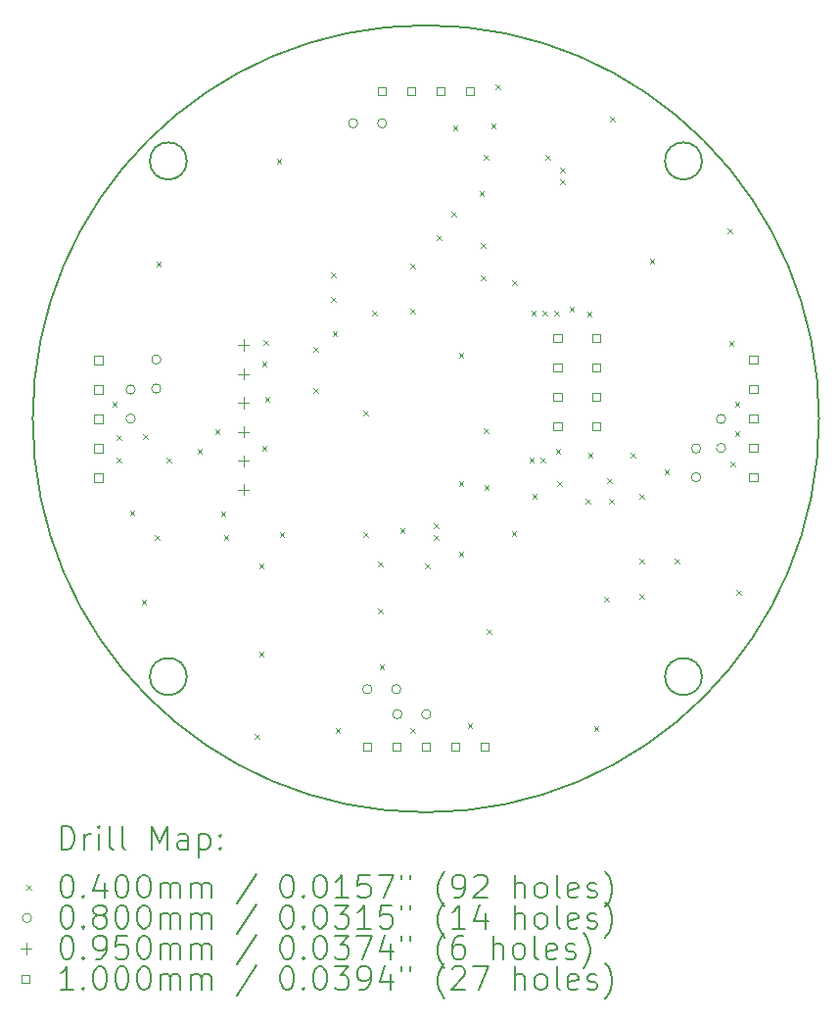
<source format=gbr>
%FSLAX45Y45*%
G04 Gerber Fmt 4.5, Leading zero omitted, Abs format (unit mm)*
G04 Created by KiCad (PCBNEW (6.0.5)) date 2023-03-02 23:20:41*
%MOMM*%
%LPD*%
G01*
G04 APERTURE LIST*
%TA.AperFunction,Profile*%
%ADD10C,0.200000*%
%TD*%
%ADD11C,0.200000*%
%ADD12C,0.040000*%
%ADD13C,0.080000*%
%ADD14C,0.095000*%
%ADD15C,0.100000*%
G04 APERTURE END LIST*
D10*
X12537614Y-12387386D02*
G75*
G03*
X12537614Y-12387386I-160000J0D01*
G01*
X12537614Y-7932614D02*
G75*
G03*
X12537614Y-7932614I-160000J0D01*
G01*
X16992386Y-7932614D02*
G75*
G03*
X16992386Y-7932614I-160000J0D01*
G01*
X18005000Y-10160000D02*
G75*
G03*
X18005000Y-10160000I-3400000J0D01*
G01*
X16992386Y-12387386D02*
G75*
G03*
X16992386Y-12387386I-160000J0D01*
G01*
D11*
D12*
X11892600Y-10013000D02*
X11932600Y-10053000D01*
X11932600Y-10013000D02*
X11892600Y-10053000D01*
X11930700Y-10305100D02*
X11970700Y-10345100D01*
X11970700Y-10305100D02*
X11930700Y-10345100D01*
X11930700Y-10495600D02*
X11970700Y-10535600D01*
X11970700Y-10495600D02*
X11930700Y-10535600D01*
X12045000Y-10952800D02*
X12085000Y-10992800D01*
X12085000Y-10952800D02*
X12045000Y-10992800D01*
X12146600Y-11727500D02*
X12186600Y-11767500D01*
X12186600Y-11727500D02*
X12146600Y-11767500D01*
X12159300Y-10292400D02*
X12199300Y-10332400D01*
X12199300Y-10292400D02*
X12159300Y-10332400D01*
X12260900Y-11168700D02*
X12300900Y-11208700D01*
X12300900Y-11168700D02*
X12260900Y-11208700D01*
X12273600Y-8806500D02*
X12313600Y-8846500D01*
X12313600Y-8806500D02*
X12273600Y-8846500D01*
X12362500Y-10495600D02*
X12402500Y-10535600D01*
X12402500Y-10495600D02*
X12362500Y-10535600D01*
X12629200Y-10419400D02*
X12669200Y-10459400D01*
X12669200Y-10419400D02*
X12629200Y-10459400D01*
X12781600Y-10254300D02*
X12821600Y-10294300D01*
X12821600Y-10254300D02*
X12781600Y-10294300D01*
X12832400Y-10965500D02*
X12872400Y-11005500D01*
X12872400Y-10965500D02*
X12832400Y-11005500D01*
X12857800Y-11168700D02*
X12897800Y-11208700D01*
X12897800Y-11168700D02*
X12857800Y-11208700D01*
X13124500Y-12883200D02*
X13164500Y-12923200D01*
X13164500Y-12883200D02*
X13124500Y-12923200D01*
X13162600Y-11410000D02*
X13202600Y-11450000D01*
X13202600Y-11410000D02*
X13162600Y-11450000D01*
X13162600Y-12172000D02*
X13202600Y-12212000D01*
X13202600Y-12172000D02*
X13162600Y-12212000D01*
X13188000Y-9670100D02*
X13228000Y-9710100D01*
X13228000Y-9670100D02*
X13188000Y-9710100D01*
X13188000Y-10394000D02*
X13228000Y-10434000D01*
X13228000Y-10394000D02*
X13188000Y-10434000D01*
X13200700Y-9479600D02*
X13240700Y-9519600D01*
X13240700Y-9479600D02*
X13200700Y-9519600D01*
X13213400Y-9974900D02*
X13253400Y-10014900D01*
X13253400Y-9974900D02*
X13213400Y-10014900D01*
X13315000Y-7917500D02*
X13355000Y-7957500D01*
X13355000Y-7917500D02*
X13315000Y-7957500D01*
X13340400Y-11143300D02*
X13380400Y-11183300D01*
X13380400Y-11143300D02*
X13340400Y-11183300D01*
X13632500Y-9543100D02*
X13672500Y-9583100D01*
X13672500Y-9543100D02*
X13632500Y-9583100D01*
X13632500Y-9898700D02*
X13672500Y-9938700D01*
X13672500Y-9898700D02*
X13632500Y-9938700D01*
X13784900Y-8895400D02*
X13824900Y-8935400D01*
X13824900Y-8895400D02*
X13784900Y-8935400D01*
X13784900Y-9111300D02*
X13824900Y-9151300D01*
X13824900Y-9111300D02*
X13784900Y-9151300D01*
X13797600Y-9403400D02*
X13837600Y-9443400D01*
X13837600Y-9403400D02*
X13797600Y-9443400D01*
X13823000Y-12832400D02*
X13863000Y-12872400D01*
X13863000Y-12832400D02*
X13823000Y-12872400D01*
X14064300Y-10089200D02*
X14104300Y-10129200D01*
X14104300Y-10089200D02*
X14064300Y-10129200D01*
X14064300Y-11143300D02*
X14104300Y-11183300D01*
X14104300Y-11143300D02*
X14064300Y-11183300D01*
X14140500Y-9225600D02*
X14180500Y-9265600D01*
X14180500Y-9225600D02*
X14140500Y-9265600D01*
X14191300Y-11397300D02*
X14231300Y-11437300D01*
X14231300Y-11397300D02*
X14191300Y-11437300D01*
X14191300Y-11803700D02*
X14231300Y-11843700D01*
X14231300Y-11803700D02*
X14191300Y-11843700D01*
X14204000Y-12286300D02*
X14244000Y-12326300D01*
X14244000Y-12286300D02*
X14204000Y-12326300D01*
X14381800Y-11105200D02*
X14421800Y-11145200D01*
X14421800Y-11105200D02*
X14381800Y-11145200D01*
X14470700Y-8819200D02*
X14510700Y-8859200D01*
X14510700Y-8819200D02*
X14470700Y-8859200D01*
X14470700Y-9212900D02*
X14510700Y-9252900D01*
X14510700Y-9212900D02*
X14470700Y-9252900D01*
X14470700Y-12832400D02*
X14510700Y-12872400D01*
X14510700Y-12832400D02*
X14470700Y-12872400D01*
X14597700Y-11410000D02*
X14637700Y-11450000D01*
X14637700Y-11410000D02*
X14597700Y-11450000D01*
X14673900Y-11067100D02*
X14713900Y-11107100D01*
X14713900Y-11067100D02*
X14673900Y-11107100D01*
X14675183Y-11168277D02*
X14715183Y-11208277D01*
X14715183Y-11168277D02*
X14675183Y-11208277D01*
X14699300Y-8577900D02*
X14739300Y-8617900D01*
X14739300Y-8577900D02*
X14699300Y-8617900D01*
X14826300Y-8374700D02*
X14866300Y-8414700D01*
X14866300Y-8374700D02*
X14826300Y-8414700D01*
X14839000Y-7625400D02*
X14879000Y-7665400D01*
X14879000Y-7625400D02*
X14839000Y-7665400D01*
X14889800Y-9593900D02*
X14929800Y-9633900D01*
X14929800Y-9593900D02*
X14889800Y-9633900D01*
X14889800Y-10698800D02*
X14929800Y-10738800D01*
X14929800Y-10698800D02*
X14889800Y-10738800D01*
X14889800Y-11308400D02*
X14929800Y-11348400D01*
X14929800Y-11308400D02*
X14889800Y-11348400D01*
X14966000Y-12794300D02*
X15006000Y-12834300D01*
X15006000Y-12794300D02*
X14966000Y-12834300D01*
X15067600Y-8196900D02*
X15107600Y-8236900D01*
X15107600Y-8196900D02*
X15067600Y-8236900D01*
X15080300Y-8641400D02*
X15120300Y-8681400D01*
X15120300Y-8641400D02*
X15080300Y-8681400D01*
X15080300Y-8920800D02*
X15120300Y-8960800D01*
X15120300Y-8920800D02*
X15080300Y-8960800D01*
X15105700Y-7879400D02*
X15145700Y-7919400D01*
X15145700Y-7879400D02*
X15105700Y-7919400D01*
X15105700Y-10241600D02*
X15145700Y-10281600D01*
X15145700Y-10241600D02*
X15105700Y-10281600D01*
X15110570Y-10732030D02*
X15150570Y-10772030D01*
X15150570Y-10732030D02*
X15110570Y-10772030D01*
X15131100Y-11981500D02*
X15171100Y-12021500D01*
X15171100Y-11981500D02*
X15131100Y-12021500D01*
X15169200Y-7612700D02*
X15209200Y-7652700D01*
X15209200Y-7612700D02*
X15169200Y-7652700D01*
X15207300Y-7269800D02*
X15247300Y-7309800D01*
X15247300Y-7269800D02*
X15207300Y-7309800D01*
X15347000Y-11130600D02*
X15387000Y-11170600D01*
X15387000Y-11130600D02*
X15347000Y-11170600D01*
X15351917Y-8964677D02*
X15391917Y-9004677D01*
X15391917Y-8964677D02*
X15351917Y-9004677D01*
X15499400Y-10495600D02*
X15539400Y-10535600D01*
X15539400Y-10495600D02*
X15499400Y-10535600D01*
X15515399Y-9225600D02*
X15555399Y-9265600D01*
X15555399Y-9225600D02*
X15515399Y-9265600D01*
X15524800Y-10813100D02*
X15564800Y-10853100D01*
X15564800Y-10813100D02*
X15524800Y-10853100D01*
X15599350Y-10495600D02*
X15639350Y-10535600D01*
X15639350Y-10495600D02*
X15599350Y-10535600D01*
X15615350Y-9225600D02*
X15655350Y-9265600D01*
X15655350Y-9225600D02*
X15615350Y-9265600D01*
X15639100Y-7879400D02*
X15679100Y-7919400D01*
X15679100Y-7879400D02*
X15639100Y-7919400D01*
X15715300Y-9225600D02*
X15755300Y-9265600D01*
X15755300Y-9225600D02*
X15715300Y-9265600D01*
X15728000Y-10419400D02*
X15768000Y-10459400D01*
X15768000Y-10419400D02*
X15728000Y-10459400D01*
X15740700Y-10698800D02*
X15780700Y-10738800D01*
X15780700Y-10698800D02*
X15740700Y-10738800D01*
X15766100Y-7993700D02*
X15806100Y-8033700D01*
X15806100Y-7993700D02*
X15766100Y-8033700D01*
X15766100Y-8095300D02*
X15806100Y-8135300D01*
X15806100Y-8095300D02*
X15766100Y-8135300D01*
X15846050Y-9191898D02*
X15886050Y-9231898D01*
X15886050Y-9191898D02*
X15846050Y-9231898D01*
X15984500Y-10851000D02*
X16024500Y-10891000D01*
X16024500Y-10851000D02*
X15984500Y-10891000D01*
X15999402Y-9238300D02*
X16039402Y-9278300D01*
X16039402Y-9238300D02*
X15999402Y-9278300D01*
X16007400Y-10457500D02*
X16047400Y-10497500D01*
X16047400Y-10457500D02*
X16007400Y-10497500D01*
X16058200Y-12819700D02*
X16098200Y-12859700D01*
X16098200Y-12819700D02*
X16058200Y-12859700D01*
X16147100Y-11702100D02*
X16187100Y-11742100D01*
X16187100Y-11702100D02*
X16147100Y-11742100D01*
X16172500Y-10673400D02*
X16212500Y-10713400D01*
X16212500Y-10673400D02*
X16172500Y-10713400D01*
X16187700Y-10851000D02*
X16227700Y-10891000D01*
X16227700Y-10851000D02*
X16187700Y-10891000D01*
X16197900Y-7549200D02*
X16237900Y-7589200D01*
X16237900Y-7549200D02*
X16197900Y-7589200D01*
X16375700Y-10457500D02*
X16415700Y-10497500D01*
X16415700Y-10457500D02*
X16375700Y-10497500D01*
X16451900Y-10813100D02*
X16491900Y-10853100D01*
X16491900Y-10813100D02*
X16451900Y-10853100D01*
X16451900Y-11371900D02*
X16491900Y-11411900D01*
X16491900Y-11371900D02*
X16451900Y-11411900D01*
X16451900Y-11676700D02*
X16491900Y-11716700D01*
X16491900Y-11676700D02*
X16451900Y-11716700D01*
X16540800Y-8781100D02*
X16580800Y-8821100D01*
X16580800Y-8781100D02*
X16540800Y-8821100D01*
X16667800Y-10597200D02*
X16707800Y-10637200D01*
X16707800Y-10597200D02*
X16667800Y-10637200D01*
X16756700Y-11371900D02*
X16796700Y-11411900D01*
X16796700Y-11371900D02*
X16756700Y-11411900D01*
X17213900Y-8514400D02*
X17253900Y-8554400D01*
X17253900Y-8514400D02*
X17213900Y-8554400D01*
X17226600Y-9492300D02*
X17266600Y-9532300D01*
X17266600Y-9492300D02*
X17226600Y-9532300D01*
X17239300Y-10533700D02*
X17279300Y-10573700D01*
X17279300Y-10533700D02*
X17239300Y-10573700D01*
X17277400Y-10013000D02*
X17317400Y-10053000D01*
X17317400Y-10013000D02*
X17277400Y-10053000D01*
X17277400Y-10267000D02*
X17317400Y-10307000D01*
X17317400Y-10267000D02*
X17277400Y-10307000D01*
X17290100Y-11638600D02*
X17330100Y-11678600D01*
X17330100Y-11638600D02*
X17290100Y-11678600D01*
D13*
X12092300Y-9908000D02*
G75*
G03*
X12092300Y-9908000I-40000J0D01*
G01*
X12092300Y-10158000D02*
G75*
G03*
X12092300Y-10158000I-40000J0D01*
G01*
X12313500Y-9648100D02*
G75*
G03*
X12313500Y-9648100I-40000J0D01*
G01*
X12313500Y-9898100D02*
G75*
G03*
X12313500Y-9898100I-40000J0D01*
G01*
X14016000Y-7607300D02*
G75*
G03*
X14016000Y-7607300I-40000J0D01*
G01*
X14139000Y-12496800D02*
G75*
G03*
X14139000Y-12496800I-40000J0D01*
G01*
X14266000Y-7607300D02*
G75*
G03*
X14266000Y-7607300I-40000J0D01*
G01*
X14389000Y-12496800D02*
G75*
G03*
X14389000Y-12496800I-40000J0D01*
G01*
X14398600Y-12712700D02*
G75*
G03*
X14398600Y-12712700I-40000J0D01*
G01*
X14648600Y-12712700D02*
G75*
G03*
X14648600Y-12712700I-40000J0D01*
G01*
X16981800Y-10416000D02*
G75*
G03*
X16981800Y-10416000I-40000J0D01*
G01*
X16981800Y-10666000D02*
G75*
G03*
X16981800Y-10666000I-40000J0D01*
G01*
X17197700Y-10162000D02*
G75*
G03*
X17197700Y-10162000I-40000J0D01*
G01*
X17197700Y-10412000D02*
G75*
G03*
X17197700Y-10412000I-40000J0D01*
G01*
D14*
X13028500Y-9474800D02*
X13028500Y-9569800D01*
X12981000Y-9522300D02*
X13076000Y-9522300D01*
X13028500Y-9724800D02*
X13028500Y-9819800D01*
X12981000Y-9772300D02*
X13076000Y-9772300D01*
X13028500Y-9974800D02*
X13028500Y-10069800D01*
X12981000Y-10022300D02*
X13076000Y-10022300D01*
X13028500Y-10224800D02*
X13028500Y-10319800D01*
X12981000Y-10272300D02*
X13076000Y-10272300D01*
X13028500Y-10474800D02*
X13028500Y-10569800D01*
X12981000Y-10522300D02*
X13076000Y-10522300D01*
X13028500Y-10724800D02*
X13028500Y-10819800D01*
X12981000Y-10772300D02*
X13076000Y-10772300D01*
D15*
X11808256Y-9689356D02*
X11808256Y-9618644D01*
X11737544Y-9618644D01*
X11737544Y-9689356D01*
X11808256Y-9689356D01*
X11808256Y-9943356D02*
X11808256Y-9872644D01*
X11737544Y-9872644D01*
X11737544Y-9943356D01*
X11808256Y-9943356D01*
X11808256Y-10197356D02*
X11808256Y-10126644D01*
X11737544Y-10126644D01*
X11737544Y-10197356D01*
X11808256Y-10197356D01*
X11808256Y-10451356D02*
X11808256Y-10380644D01*
X11737544Y-10380644D01*
X11737544Y-10451356D01*
X11808256Y-10451356D01*
X11808256Y-10705356D02*
X11808256Y-10634644D01*
X11737544Y-10634644D01*
X11737544Y-10705356D01*
X11808256Y-10705356D01*
X14134356Y-13027456D02*
X14134356Y-12956744D01*
X14063644Y-12956744D01*
X14063644Y-13027456D01*
X14134356Y-13027456D01*
X14259356Y-7363256D02*
X14259356Y-7292544D01*
X14188644Y-7292544D01*
X14188644Y-7363256D01*
X14259356Y-7363256D01*
X14388356Y-13027456D02*
X14388356Y-12956744D01*
X14317644Y-12956744D01*
X14317644Y-13027456D01*
X14388356Y-13027456D01*
X14513356Y-7363256D02*
X14513356Y-7292544D01*
X14442644Y-7292544D01*
X14442644Y-7363256D01*
X14513356Y-7363256D01*
X14642356Y-13027456D02*
X14642356Y-12956744D01*
X14571644Y-12956744D01*
X14571644Y-13027456D01*
X14642356Y-13027456D01*
X14767356Y-7363256D02*
X14767356Y-7292544D01*
X14696644Y-7292544D01*
X14696644Y-7363256D01*
X14767356Y-7363256D01*
X14896356Y-13027456D02*
X14896356Y-12956744D01*
X14825644Y-12956744D01*
X14825644Y-13027456D01*
X14896356Y-13027456D01*
X15021356Y-7363256D02*
X15021356Y-7292544D01*
X14950644Y-7292544D01*
X14950644Y-7363256D01*
X15021356Y-7363256D01*
X15150356Y-13027456D02*
X15150356Y-12956744D01*
X15079644Y-12956744D01*
X15079644Y-13027456D01*
X15150356Y-13027456D01*
X15780456Y-9497856D02*
X15780456Y-9427144D01*
X15709744Y-9427144D01*
X15709744Y-9497856D01*
X15780456Y-9497856D01*
X15780456Y-9751856D02*
X15780456Y-9681144D01*
X15709744Y-9681144D01*
X15709744Y-9751856D01*
X15780456Y-9751856D01*
X15780456Y-10005856D02*
X15780456Y-9935144D01*
X15709744Y-9935144D01*
X15709744Y-10005856D01*
X15780456Y-10005856D01*
X15780456Y-10259856D02*
X15780456Y-10189144D01*
X15709744Y-10189144D01*
X15709744Y-10259856D01*
X15780456Y-10259856D01*
X16116056Y-9496856D02*
X16116056Y-9426144D01*
X16045344Y-9426144D01*
X16045344Y-9496856D01*
X16116056Y-9496856D01*
X16116056Y-9750856D02*
X16116056Y-9680144D01*
X16045344Y-9680144D01*
X16045344Y-9750856D01*
X16116056Y-9750856D01*
X16116056Y-10004856D02*
X16116056Y-9934144D01*
X16045344Y-9934144D01*
X16045344Y-10004856D01*
X16116056Y-10004856D01*
X16116056Y-10258856D02*
X16116056Y-10188144D01*
X16045344Y-10188144D01*
X16045344Y-10258856D01*
X16116056Y-10258856D01*
X17472456Y-9685356D02*
X17472456Y-9614644D01*
X17401744Y-9614644D01*
X17401744Y-9685356D01*
X17472456Y-9685356D01*
X17472456Y-9939356D02*
X17472456Y-9868644D01*
X17401744Y-9868644D01*
X17401744Y-9939356D01*
X17472456Y-9939356D01*
X17472456Y-10193356D02*
X17472456Y-10122644D01*
X17401744Y-10122644D01*
X17401744Y-10193356D01*
X17472456Y-10193356D01*
X17472456Y-10447356D02*
X17472456Y-10376644D01*
X17401744Y-10376644D01*
X17401744Y-10447356D01*
X17472456Y-10447356D01*
X17472456Y-10701356D02*
X17472456Y-10630644D01*
X17401744Y-10630644D01*
X17401744Y-10701356D01*
X17472456Y-10701356D01*
D11*
X11452619Y-13880476D02*
X11452619Y-13680476D01*
X11500238Y-13680476D01*
X11528809Y-13690000D01*
X11547857Y-13709048D01*
X11557381Y-13728095D01*
X11566905Y-13766190D01*
X11566905Y-13794762D01*
X11557381Y-13832857D01*
X11547857Y-13851905D01*
X11528809Y-13870952D01*
X11500238Y-13880476D01*
X11452619Y-13880476D01*
X11652619Y-13880476D02*
X11652619Y-13747143D01*
X11652619Y-13785238D02*
X11662143Y-13766190D01*
X11671667Y-13756667D01*
X11690714Y-13747143D01*
X11709762Y-13747143D01*
X11776428Y-13880476D02*
X11776428Y-13747143D01*
X11776428Y-13680476D02*
X11766905Y-13690000D01*
X11776428Y-13699524D01*
X11785952Y-13690000D01*
X11776428Y-13680476D01*
X11776428Y-13699524D01*
X11900238Y-13880476D02*
X11881190Y-13870952D01*
X11871667Y-13851905D01*
X11871667Y-13680476D01*
X12005000Y-13880476D02*
X11985952Y-13870952D01*
X11976428Y-13851905D01*
X11976428Y-13680476D01*
X12233571Y-13880476D02*
X12233571Y-13680476D01*
X12300238Y-13823333D01*
X12366905Y-13680476D01*
X12366905Y-13880476D01*
X12547857Y-13880476D02*
X12547857Y-13775714D01*
X12538333Y-13756667D01*
X12519286Y-13747143D01*
X12481190Y-13747143D01*
X12462143Y-13756667D01*
X12547857Y-13870952D02*
X12528809Y-13880476D01*
X12481190Y-13880476D01*
X12462143Y-13870952D01*
X12452619Y-13851905D01*
X12452619Y-13832857D01*
X12462143Y-13813809D01*
X12481190Y-13804286D01*
X12528809Y-13804286D01*
X12547857Y-13794762D01*
X12643095Y-13747143D02*
X12643095Y-13947143D01*
X12643095Y-13756667D02*
X12662143Y-13747143D01*
X12700238Y-13747143D01*
X12719286Y-13756667D01*
X12728809Y-13766190D01*
X12738333Y-13785238D01*
X12738333Y-13842381D01*
X12728809Y-13861428D01*
X12719286Y-13870952D01*
X12700238Y-13880476D01*
X12662143Y-13880476D01*
X12643095Y-13870952D01*
X12824048Y-13861428D02*
X12833571Y-13870952D01*
X12824048Y-13880476D01*
X12814524Y-13870952D01*
X12824048Y-13861428D01*
X12824048Y-13880476D01*
X12824048Y-13756667D02*
X12833571Y-13766190D01*
X12824048Y-13775714D01*
X12814524Y-13766190D01*
X12824048Y-13756667D01*
X12824048Y-13775714D01*
D12*
X11155000Y-14190000D02*
X11195000Y-14230000D01*
X11195000Y-14190000D02*
X11155000Y-14230000D01*
D11*
X11490714Y-14100476D02*
X11509762Y-14100476D01*
X11528809Y-14110000D01*
X11538333Y-14119524D01*
X11547857Y-14138571D01*
X11557381Y-14176667D01*
X11557381Y-14224286D01*
X11547857Y-14262381D01*
X11538333Y-14281428D01*
X11528809Y-14290952D01*
X11509762Y-14300476D01*
X11490714Y-14300476D01*
X11471667Y-14290952D01*
X11462143Y-14281428D01*
X11452619Y-14262381D01*
X11443095Y-14224286D01*
X11443095Y-14176667D01*
X11452619Y-14138571D01*
X11462143Y-14119524D01*
X11471667Y-14110000D01*
X11490714Y-14100476D01*
X11643095Y-14281428D02*
X11652619Y-14290952D01*
X11643095Y-14300476D01*
X11633571Y-14290952D01*
X11643095Y-14281428D01*
X11643095Y-14300476D01*
X11824048Y-14167143D02*
X11824048Y-14300476D01*
X11776428Y-14090952D02*
X11728809Y-14233809D01*
X11852619Y-14233809D01*
X11966905Y-14100476D02*
X11985952Y-14100476D01*
X12005000Y-14110000D01*
X12014524Y-14119524D01*
X12024048Y-14138571D01*
X12033571Y-14176667D01*
X12033571Y-14224286D01*
X12024048Y-14262381D01*
X12014524Y-14281428D01*
X12005000Y-14290952D01*
X11985952Y-14300476D01*
X11966905Y-14300476D01*
X11947857Y-14290952D01*
X11938333Y-14281428D01*
X11928809Y-14262381D01*
X11919286Y-14224286D01*
X11919286Y-14176667D01*
X11928809Y-14138571D01*
X11938333Y-14119524D01*
X11947857Y-14110000D01*
X11966905Y-14100476D01*
X12157381Y-14100476D02*
X12176428Y-14100476D01*
X12195476Y-14110000D01*
X12205000Y-14119524D01*
X12214524Y-14138571D01*
X12224048Y-14176667D01*
X12224048Y-14224286D01*
X12214524Y-14262381D01*
X12205000Y-14281428D01*
X12195476Y-14290952D01*
X12176428Y-14300476D01*
X12157381Y-14300476D01*
X12138333Y-14290952D01*
X12128809Y-14281428D01*
X12119286Y-14262381D01*
X12109762Y-14224286D01*
X12109762Y-14176667D01*
X12119286Y-14138571D01*
X12128809Y-14119524D01*
X12138333Y-14110000D01*
X12157381Y-14100476D01*
X12309762Y-14300476D02*
X12309762Y-14167143D01*
X12309762Y-14186190D02*
X12319286Y-14176667D01*
X12338333Y-14167143D01*
X12366905Y-14167143D01*
X12385952Y-14176667D01*
X12395476Y-14195714D01*
X12395476Y-14300476D01*
X12395476Y-14195714D02*
X12405000Y-14176667D01*
X12424048Y-14167143D01*
X12452619Y-14167143D01*
X12471667Y-14176667D01*
X12481190Y-14195714D01*
X12481190Y-14300476D01*
X12576428Y-14300476D02*
X12576428Y-14167143D01*
X12576428Y-14186190D02*
X12585952Y-14176667D01*
X12605000Y-14167143D01*
X12633571Y-14167143D01*
X12652619Y-14176667D01*
X12662143Y-14195714D01*
X12662143Y-14300476D01*
X12662143Y-14195714D02*
X12671667Y-14176667D01*
X12690714Y-14167143D01*
X12719286Y-14167143D01*
X12738333Y-14176667D01*
X12747857Y-14195714D01*
X12747857Y-14300476D01*
X13138333Y-14090952D02*
X12966905Y-14348095D01*
X13395476Y-14100476D02*
X13414524Y-14100476D01*
X13433571Y-14110000D01*
X13443095Y-14119524D01*
X13452619Y-14138571D01*
X13462143Y-14176667D01*
X13462143Y-14224286D01*
X13452619Y-14262381D01*
X13443095Y-14281428D01*
X13433571Y-14290952D01*
X13414524Y-14300476D01*
X13395476Y-14300476D01*
X13376428Y-14290952D01*
X13366905Y-14281428D01*
X13357381Y-14262381D01*
X13347857Y-14224286D01*
X13347857Y-14176667D01*
X13357381Y-14138571D01*
X13366905Y-14119524D01*
X13376428Y-14110000D01*
X13395476Y-14100476D01*
X13547857Y-14281428D02*
X13557381Y-14290952D01*
X13547857Y-14300476D01*
X13538333Y-14290952D01*
X13547857Y-14281428D01*
X13547857Y-14300476D01*
X13681190Y-14100476D02*
X13700238Y-14100476D01*
X13719286Y-14110000D01*
X13728809Y-14119524D01*
X13738333Y-14138571D01*
X13747857Y-14176667D01*
X13747857Y-14224286D01*
X13738333Y-14262381D01*
X13728809Y-14281428D01*
X13719286Y-14290952D01*
X13700238Y-14300476D01*
X13681190Y-14300476D01*
X13662143Y-14290952D01*
X13652619Y-14281428D01*
X13643095Y-14262381D01*
X13633571Y-14224286D01*
X13633571Y-14176667D01*
X13643095Y-14138571D01*
X13652619Y-14119524D01*
X13662143Y-14110000D01*
X13681190Y-14100476D01*
X13938333Y-14300476D02*
X13824048Y-14300476D01*
X13881190Y-14300476D02*
X13881190Y-14100476D01*
X13862143Y-14129048D01*
X13843095Y-14148095D01*
X13824048Y-14157619D01*
X14119286Y-14100476D02*
X14024048Y-14100476D01*
X14014524Y-14195714D01*
X14024048Y-14186190D01*
X14043095Y-14176667D01*
X14090714Y-14176667D01*
X14109762Y-14186190D01*
X14119286Y-14195714D01*
X14128809Y-14214762D01*
X14128809Y-14262381D01*
X14119286Y-14281428D01*
X14109762Y-14290952D01*
X14090714Y-14300476D01*
X14043095Y-14300476D01*
X14024048Y-14290952D01*
X14014524Y-14281428D01*
X14195476Y-14100476D02*
X14328809Y-14100476D01*
X14243095Y-14300476D01*
X14395476Y-14100476D02*
X14395476Y-14138571D01*
X14471667Y-14100476D02*
X14471667Y-14138571D01*
X14766905Y-14376667D02*
X14757381Y-14367143D01*
X14738333Y-14338571D01*
X14728809Y-14319524D01*
X14719286Y-14290952D01*
X14709762Y-14243333D01*
X14709762Y-14205238D01*
X14719286Y-14157619D01*
X14728809Y-14129048D01*
X14738333Y-14110000D01*
X14757381Y-14081428D01*
X14766905Y-14071905D01*
X14852619Y-14300476D02*
X14890714Y-14300476D01*
X14909762Y-14290952D01*
X14919286Y-14281428D01*
X14938333Y-14252857D01*
X14947857Y-14214762D01*
X14947857Y-14138571D01*
X14938333Y-14119524D01*
X14928809Y-14110000D01*
X14909762Y-14100476D01*
X14871667Y-14100476D01*
X14852619Y-14110000D01*
X14843095Y-14119524D01*
X14833571Y-14138571D01*
X14833571Y-14186190D01*
X14843095Y-14205238D01*
X14852619Y-14214762D01*
X14871667Y-14224286D01*
X14909762Y-14224286D01*
X14928809Y-14214762D01*
X14938333Y-14205238D01*
X14947857Y-14186190D01*
X15024048Y-14119524D02*
X15033571Y-14110000D01*
X15052619Y-14100476D01*
X15100238Y-14100476D01*
X15119286Y-14110000D01*
X15128809Y-14119524D01*
X15138333Y-14138571D01*
X15138333Y-14157619D01*
X15128809Y-14186190D01*
X15014524Y-14300476D01*
X15138333Y-14300476D01*
X15376428Y-14300476D02*
X15376428Y-14100476D01*
X15462143Y-14300476D02*
X15462143Y-14195714D01*
X15452619Y-14176667D01*
X15433571Y-14167143D01*
X15405000Y-14167143D01*
X15385952Y-14176667D01*
X15376428Y-14186190D01*
X15585952Y-14300476D02*
X15566905Y-14290952D01*
X15557381Y-14281428D01*
X15547857Y-14262381D01*
X15547857Y-14205238D01*
X15557381Y-14186190D01*
X15566905Y-14176667D01*
X15585952Y-14167143D01*
X15614524Y-14167143D01*
X15633571Y-14176667D01*
X15643095Y-14186190D01*
X15652619Y-14205238D01*
X15652619Y-14262381D01*
X15643095Y-14281428D01*
X15633571Y-14290952D01*
X15614524Y-14300476D01*
X15585952Y-14300476D01*
X15766905Y-14300476D02*
X15747857Y-14290952D01*
X15738333Y-14271905D01*
X15738333Y-14100476D01*
X15919286Y-14290952D02*
X15900238Y-14300476D01*
X15862143Y-14300476D01*
X15843095Y-14290952D01*
X15833571Y-14271905D01*
X15833571Y-14195714D01*
X15843095Y-14176667D01*
X15862143Y-14167143D01*
X15900238Y-14167143D01*
X15919286Y-14176667D01*
X15928809Y-14195714D01*
X15928809Y-14214762D01*
X15833571Y-14233809D01*
X16005000Y-14290952D02*
X16024048Y-14300476D01*
X16062143Y-14300476D01*
X16081190Y-14290952D01*
X16090714Y-14271905D01*
X16090714Y-14262381D01*
X16081190Y-14243333D01*
X16062143Y-14233809D01*
X16033571Y-14233809D01*
X16014524Y-14224286D01*
X16005000Y-14205238D01*
X16005000Y-14195714D01*
X16014524Y-14176667D01*
X16033571Y-14167143D01*
X16062143Y-14167143D01*
X16081190Y-14176667D01*
X16157381Y-14376667D02*
X16166905Y-14367143D01*
X16185952Y-14338571D01*
X16195476Y-14319524D01*
X16205000Y-14290952D01*
X16214524Y-14243333D01*
X16214524Y-14205238D01*
X16205000Y-14157619D01*
X16195476Y-14129048D01*
X16185952Y-14110000D01*
X16166905Y-14081428D01*
X16157381Y-14071905D01*
D13*
X11195000Y-14474000D02*
G75*
G03*
X11195000Y-14474000I-40000J0D01*
G01*
D11*
X11490714Y-14364476D02*
X11509762Y-14364476D01*
X11528809Y-14374000D01*
X11538333Y-14383524D01*
X11547857Y-14402571D01*
X11557381Y-14440667D01*
X11557381Y-14488286D01*
X11547857Y-14526381D01*
X11538333Y-14545428D01*
X11528809Y-14554952D01*
X11509762Y-14564476D01*
X11490714Y-14564476D01*
X11471667Y-14554952D01*
X11462143Y-14545428D01*
X11452619Y-14526381D01*
X11443095Y-14488286D01*
X11443095Y-14440667D01*
X11452619Y-14402571D01*
X11462143Y-14383524D01*
X11471667Y-14374000D01*
X11490714Y-14364476D01*
X11643095Y-14545428D02*
X11652619Y-14554952D01*
X11643095Y-14564476D01*
X11633571Y-14554952D01*
X11643095Y-14545428D01*
X11643095Y-14564476D01*
X11766905Y-14450190D02*
X11747857Y-14440667D01*
X11738333Y-14431143D01*
X11728809Y-14412095D01*
X11728809Y-14402571D01*
X11738333Y-14383524D01*
X11747857Y-14374000D01*
X11766905Y-14364476D01*
X11805000Y-14364476D01*
X11824048Y-14374000D01*
X11833571Y-14383524D01*
X11843095Y-14402571D01*
X11843095Y-14412095D01*
X11833571Y-14431143D01*
X11824048Y-14440667D01*
X11805000Y-14450190D01*
X11766905Y-14450190D01*
X11747857Y-14459714D01*
X11738333Y-14469238D01*
X11728809Y-14488286D01*
X11728809Y-14526381D01*
X11738333Y-14545428D01*
X11747857Y-14554952D01*
X11766905Y-14564476D01*
X11805000Y-14564476D01*
X11824048Y-14554952D01*
X11833571Y-14545428D01*
X11843095Y-14526381D01*
X11843095Y-14488286D01*
X11833571Y-14469238D01*
X11824048Y-14459714D01*
X11805000Y-14450190D01*
X11966905Y-14364476D02*
X11985952Y-14364476D01*
X12005000Y-14374000D01*
X12014524Y-14383524D01*
X12024048Y-14402571D01*
X12033571Y-14440667D01*
X12033571Y-14488286D01*
X12024048Y-14526381D01*
X12014524Y-14545428D01*
X12005000Y-14554952D01*
X11985952Y-14564476D01*
X11966905Y-14564476D01*
X11947857Y-14554952D01*
X11938333Y-14545428D01*
X11928809Y-14526381D01*
X11919286Y-14488286D01*
X11919286Y-14440667D01*
X11928809Y-14402571D01*
X11938333Y-14383524D01*
X11947857Y-14374000D01*
X11966905Y-14364476D01*
X12157381Y-14364476D02*
X12176428Y-14364476D01*
X12195476Y-14374000D01*
X12205000Y-14383524D01*
X12214524Y-14402571D01*
X12224048Y-14440667D01*
X12224048Y-14488286D01*
X12214524Y-14526381D01*
X12205000Y-14545428D01*
X12195476Y-14554952D01*
X12176428Y-14564476D01*
X12157381Y-14564476D01*
X12138333Y-14554952D01*
X12128809Y-14545428D01*
X12119286Y-14526381D01*
X12109762Y-14488286D01*
X12109762Y-14440667D01*
X12119286Y-14402571D01*
X12128809Y-14383524D01*
X12138333Y-14374000D01*
X12157381Y-14364476D01*
X12309762Y-14564476D02*
X12309762Y-14431143D01*
X12309762Y-14450190D02*
X12319286Y-14440667D01*
X12338333Y-14431143D01*
X12366905Y-14431143D01*
X12385952Y-14440667D01*
X12395476Y-14459714D01*
X12395476Y-14564476D01*
X12395476Y-14459714D02*
X12405000Y-14440667D01*
X12424048Y-14431143D01*
X12452619Y-14431143D01*
X12471667Y-14440667D01*
X12481190Y-14459714D01*
X12481190Y-14564476D01*
X12576428Y-14564476D02*
X12576428Y-14431143D01*
X12576428Y-14450190D02*
X12585952Y-14440667D01*
X12605000Y-14431143D01*
X12633571Y-14431143D01*
X12652619Y-14440667D01*
X12662143Y-14459714D01*
X12662143Y-14564476D01*
X12662143Y-14459714D02*
X12671667Y-14440667D01*
X12690714Y-14431143D01*
X12719286Y-14431143D01*
X12738333Y-14440667D01*
X12747857Y-14459714D01*
X12747857Y-14564476D01*
X13138333Y-14354952D02*
X12966905Y-14612095D01*
X13395476Y-14364476D02*
X13414524Y-14364476D01*
X13433571Y-14374000D01*
X13443095Y-14383524D01*
X13452619Y-14402571D01*
X13462143Y-14440667D01*
X13462143Y-14488286D01*
X13452619Y-14526381D01*
X13443095Y-14545428D01*
X13433571Y-14554952D01*
X13414524Y-14564476D01*
X13395476Y-14564476D01*
X13376428Y-14554952D01*
X13366905Y-14545428D01*
X13357381Y-14526381D01*
X13347857Y-14488286D01*
X13347857Y-14440667D01*
X13357381Y-14402571D01*
X13366905Y-14383524D01*
X13376428Y-14374000D01*
X13395476Y-14364476D01*
X13547857Y-14545428D02*
X13557381Y-14554952D01*
X13547857Y-14564476D01*
X13538333Y-14554952D01*
X13547857Y-14545428D01*
X13547857Y-14564476D01*
X13681190Y-14364476D02*
X13700238Y-14364476D01*
X13719286Y-14374000D01*
X13728809Y-14383524D01*
X13738333Y-14402571D01*
X13747857Y-14440667D01*
X13747857Y-14488286D01*
X13738333Y-14526381D01*
X13728809Y-14545428D01*
X13719286Y-14554952D01*
X13700238Y-14564476D01*
X13681190Y-14564476D01*
X13662143Y-14554952D01*
X13652619Y-14545428D01*
X13643095Y-14526381D01*
X13633571Y-14488286D01*
X13633571Y-14440667D01*
X13643095Y-14402571D01*
X13652619Y-14383524D01*
X13662143Y-14374000D01*
X13681190Y-14364476D01*
X13814524Y-14364476D02*
X13938333Y-14364476D01*
X13871667Y-14440667D01*
X13900238Y-14440667D01*
X13919286Y-14450190D01*
X13928809Y-14459714D01*
X13938333Y-14478762D01*
X13938333Y-14526381D01*
X13928809Y-14545428D01*
X13919286Y-14554952D01*
X13900238Y-14564476D01*
X13843095Y-14564476D01*
X13824048Y-14554952D01*
X13814524Y-14545428D01*
X14128809Y-14564476D02*
X14014524Y-14564476D01*
X14071667Y-14564476D02*
X14071667Y-14364476D01*
X14052619Y-14393048D01*
X14033571Y-14412095D01*
X14014524Y-14421619D01*
X14309762Y-14364476D02*
X14214524Y-14364476D01*
X14205000Y-14459714D01*
X14214524Y-14450190D01*
X14233571Y-14440667D01*
X14281190Y-14440667D01*
X14300238Y-14450190D01*
X14309762Y-14459714D01*
X14319286Y-14478762D01*
X14319286Y-14526381D01*
X14309762Y-14545428D01*
X14300238Y-14554952D01*
X14281190Y-14564476D01*
X14233571Y-14564476D01*
X14214524Y-14554952D01*
X14205000Y-14545428D01*
X14395476Y-14364476D02*
X14395476Y-14402571D01*
X14471667Y-14364476D02*
X14471667Y-14402571D01*
X14766905Y-14640667D02*
X14757381Y-14631143D01*
X14738333Y-14602571D01*
X14728809Y-14583524D01*
X14719286Y-14554952D01*
X14709762Y-14507333D01*
X14709762Y-14469238D01*
X14719286Y-14421619D01*
X14728809Y-14393048D01*
X14738333Y-14374000D01*
X14757381Y-14345428D01*
X14766905Y-14335905D01*
X14947857Y-14564476D02*
X14833571Y-14564476D01*
X14890714Y-14564476D02*
X14890714Y-14364476D01*
X14871667Y-14393048D01*
X14852619Y-14412095D01*
X14833571Y-14421619D01*
X15119286Y-14431143D02*
X15119286Y-14564476D01*
X15071667Y-14354952D02*
X15024048Y-14497809D01*
X15147857Y-14497809D01*
X15376428Y-14564476D02*
X15376428Y-14364476D01*
X15462143Y-14564476D02*
X15462143Y-14459714D01*
X15452619Y-14440667D01*
X15433571Y-14431143D01*
X15405000Y-14431143D01*
X15385952Y-14440667D01*
X15376428Y-14450190D01*
X15585952Y-14564476D02*
X15566905Y-14554952D01*
X15557381Y-14545428D01*
X15547857Y-14526381D01*
X15547857Y-14469238D01*
X15557381Y-14450190D01*
X15566905Y-14440667D01*
X15585952Y-14431143D01*
X15614524Y-14431143D01*
X15633571Y-14440667D01*
X15643095Y-14450190D01*
X15652619Y-14469238D01*
X15652619Y-14526381D01*
X15643095Y-14545428D01*
X15633571Y-14554952D01*
X15614524Y-14564476D01*
X15585952Y-14564476D01*
X15766905Y-14564476D02*
X15747857Y-14554952D01*
X15738333Y-14535905D01*
X15738333Y-14364476D01*
X15919286Y-14554952D02*
X15900238Y-14564476D01*
X15862143Y-14564476D01*
X15843095Y-14554952D01*
X15833571Y-14535905D01*
X15833571Y-14459714D01*
X15843095Y-14440667D01*
X15862143Y-14431143D01*
X15900238Y-14431143D01*
X15919286Y-14440667D01*
X15928809Y-14459714D01*
X15928809Y-14478762D01*
X15833571Y-14497809D01*
X16005000Y-14554952D02*
X16024048Y-14564476D01*
X16062143Y-14564476D01*
X16081190Y-14554952D01*
X16090714Y-14535905D01*
X16090714Y-14526381D01*
X16081190Y-14507333D01*
X16062143Y-14497809D01*
X16033571Y-14497809D01*
X16014524Y-14488286D01*
X16005000Y-14469238D01*
X16005000Y-14459714D01*
X16014524Y-14440667D01*
X16033571Y-14431143D01*
X16062143Y-14431143D01*
X16081190Y-14440667D01*
X16157381Y-14640667D02*
X16166905Y-14631143D01*
X16185952Y-14602571D01*
X16195476Y-14583524D01*
X16205000Y-14554952D01*
X16214524Y-14507333D01*
X16214524Y-14469238D01*
X16205000Y-14421619D01*
X16195476Y-14393048D01*
X16185952Y-14374000D01*
X16166905Y-14345428D01*
X16157381Y-14335905D01*
D14*
X11147500Y-14690500D02*
X11147500Y-14785500D01*
X11100000Y-14738000D02*
X11195000Y-14738000D01*
D11*
X11490714Y-14628476D02*
X11509762Y-14628476D01*
X11528809Y-14638000D01*
X11538333Y-14647524D01*
X11547857Y-14666571D01*
X11557381Y-14704667D01*
X11557381Y-14752286D01*
X11547857Y-14790381D01*
X11538333Y-14809428D01*
X11528809Y-14818952D01*
X11509762Y-14828476D01*
X11490714Y-14828476D01*
X11471667Y-14818952D01*
X11462143Y-14809428D01*
X11452619Y-14790381D01*
X11443095Y-14752286D01*
X11443095Y-14704667D01*
X11452619Y-14666571D01*
X11462143Y-14647524D01*
X11471667Y-14638000D01*
X11490714Y-14628476D01*
X11643095Y-14809428D02*
X11652619Y-14818952D01*
X11643095Y-14828476D01*
X11633571Y-14818952D01*
X11643095Y-14809428D01*
X11643095Y-14828476D01*
X11747857Y-14828476D02*
X11785952Y-14828476D01*
X11805000Y-14818952D01*
X11814524Y-14809428D01*
X11833571Y-14780857D01*
X11843095Y-14742762D01*
X11843095Y-14666571D01*
X11833571Y-14647524D01*
X11824048Y-14638000D01*
X11805000Y-14628476D01*
X11766905Y-14628476D01*
X11747857Y-14638000D01*
X11738333Y-14647524D01*
X11728809Y-14666571D01*
X11728809Y-14714190D01*
X11738333Y-14733238D01*
X11747857Y-14742762D01*
X11766905Y-14752286D01*
X11805000Y-14752286D01*
X11824048Y-14742762D01*
X11833571Y-14733238D01*
X11843095Y-14714190D01*
X12024048Y-14628476D02*
X11928809Y-14628476D01*
X11919286Y-14723714D01*
X11928809Y-14714190D01*
X11947857Y-14704667D01*
X11995476Y-14704667D01*
X12014524Y-14714190D01*
X12024048Y-14723714D01*
X12033571Y-14742762D01*
X12033571Y-14790381D01*
X12024048Y-14809428D01*
X12014524Y-14818952D01*
X11995476Y-14828476D01*
X11947857Y-14828476D01*
X11928809Y-14818952D01*
X11919286Y-14809428D01*
X12157381Y-14628476D02*
X12176428Y-14628476D01*
X12195476Y-14638000D01*
X12205000Y-14647524D01*
X12214524Y-14666571D01*
X12224048Y-14704667D01*
X12224048Y-14752286D01*
X12214524Y-14790381D01*
X12205000Y-14809428D01*
X12195476Y-14818952D01*
X12176428Y-14828476D01*
X12157381Y-14828476D01*
X12138333Y-14818952D01*
X12128809Y-14809428D01*
X12119286Y-14790381D01*
X12109762Y-14752286D01*
X12109762Y-14704667D01*
X12119286Y-14666571D01*
X12128809Y-14647524D01*
X12138333Y-14638000D01*
X12157381Y-14628476D01*
X12309762Y-14828476D02*
X12309762Y-14695143D01*
X12309762Y-14714190D02*
X12319286Y-14704667D01*
X12338333Y-14695143D01*
X12366905Y-14695143D01*
X12385952Y-14704667D01*
X12395476Y-14723714D01*
X12395476Y-14828476D01*
X12395476Y-14723714D02*
X12405000Y-14704667D01*
X12424048Y-14695143D01*
X12452619Y-14695143D01*
X12471667Y-14704667D01*
X12481190Y-14723714D01*
X12481190Y-14828476D01*
X12576428Y-14828476D02*
X12576428Y-14695143D01*
X12576428Y-14714190D02*
X12585952Y-14704667D01*
X12605000Y-14695143D01*
X12633571Y-14695143D01*
X12652619Y-14704667D01*
X12662143Y-14723714D01*
X12662143Y-14828476D01*
X12662143Y-14723714D02*
X12671667Y-14704667D01*
X12690714Y-14695143D01*
X12719286Y-14695143D01*
X12738333Y-14704667D01*
X12747857Y-14723714D01*
X12747857Y-14828476D01*
X13138333Y-14618952D02*
X12966905Y-14876095D01*
X13395476Y-14628476D02*
X13414524Y-14628476D01*
X13433571Y-14638000D01*
X13443095Y-14647524D01*
X13452619Y-14666571D01*
X13462143Y-14704667D01*
X13462143Y-14752286D01*
X13452619Y-14790381D01*
X13443095Y-14809428D01*
X13433571Y-14818952D01*
X13414524Y-14828476D01*
X13395476Y-14828476D01*
X13376428Y-14818952D01*
X13366905Y-14809428D01*
X13357381Y-14790381D01*
X13347857Y-14752286D01*
X13347857Y-14704667D01*
X13357381Y-14666571D01*
X13366905Y-14647524D01*
X13376428Y-14638000D01*
X13395476Y-14628476D01*
X13547857Y-14809428D02*
X13557381Y-14818952D01*
X13547857Y-14828476D01*
X13538333Y-14818952D01*
X13547857Y-14809428D01*
X13547857Y-14828476D01*
X13681190Y-14628476D02*
X13700238Y-14628476D01*
X13719286Y-14638000D01*
X13728809Y-14647524D01*
X13738333Y-14666571D01*
X13747857Y-14704667D01*
X13747857Y-14752286D01*
X13738333Y-14790381D01*
X13728809Y-14809428D01*
X13719286Y-14818952D01*
X13700238Y-14828476D01*
X13681190Y-14828476D01*
X13662143Y-14818952D01*
X13652619Y-14809428D01*
X13643095Y-14790381D01*
X13633571Y-14752286D01*
X13633571Y-14704667D01*
X13643095Y-14666571D01*
X13652619Y-14647524D01*
X13662143Y-14638000D01*
X13681190Y-14628476D01*
X13814524Y-14628476D02*
X13938333Y-14628476D01*
X13871667Y-14704667D01*
X13900238Y-14704667D01*
X13919286Y-14714190D01*
X13928809Y-14723714D01*
X13938333Y-14742762D01*
X13938333Y-14790381D01*
X13928809Y-14809428D01*
X13919286Y-14818952D01*
X13900238Y-14828476D01*
X13843095Y-14828476D01*
X13824048Y-14818952D01*
X13814524Y-14809428D01*
X14005000Y-14628476D02*
X14138333Y-14628476D01*
X14052619Y-14828476D01*
X14300238Y-14695143D02*
X14300238Y-14828476D01*
X14252619Y-14618952D02*
X14205000Y-14761809D01*
X14328809Y-14761809D01*
X14395476Y-14628476D02*
X14395476Y-14666571D01*
X14471667Y-14628476D02*
X14471667Y-14666571D01*
X14766905Y-14904667D02*
X14757381Y-14895143D01*
X14738333Y-14866571D01*
X14728809Y-14847524D01*
X14719286Y-14818952D01*
X14709762Y-14771333D01*
X14709762Y-14733238D01*
X14719286Y-14685619D01*
X14728809Y-14657048D01*
X14738333Y-14638000D01*
X14757381Y-14609428D01*
X14766905Y-14599905D01*
X14928809Y-14628476D02*
X14890714Y-14628476D01*
X14871667Y-14638000D01*
X14862143Y-14647524D01*
X14843095Y-14676095D01*
X14833571Y-14714190D01*
X14833571Y-14790381D01*
X14843095Y-14809428D01*
X14852619Y-14818952D01*
X14871667Y-14828476D01*
X14909762Y-14828476D01*
X14928809Y-14818952D01*
X14938333Y-14809428D01*
X14947857Y-14790381D01*
X14947857Y-14742762D01*
X14938333Y-14723714D01*
X14928809Y-14714190D01*
X14909762Y-14704667D01*
X14871667Y-14704667D01*
X14852619Y-14714190D01*
X14843095Y-14723714D01*
X14833571Y-14742762D01*
X15185952Y-14828476D02*
X15185952Y-14628476D01*
X15271667Y-14828476D02*
X15271667Y-14723714D01*
X15262143Y-14704667D01*
X15243095Y-14695143D01*
X15214524Y-14695143D01*
X15195476Y-14704667D01*
X15185952Y-14714190D01*
X15395476Y-14828476D02*
X15376428Y-14818952D01*
X15366905Y-14809428D01*
X15357381Y-14790381D01*
X15357381Y-14733238D01*
X15366905Y-14714190D01*
X15376428Y-14704667D01*
X15395476Y-14695143D01*
X15424048Y-14695143D01*
X15443095Y-14704667D01*
X15452619Y-14714190D01*
X15462143Y-14733238D01*
X15462143Y-14790381D01*
X15452619Y-14809428D01*
X15443095Y-14818952D01*
X15424048Y-14828476D01*
X15395476Y-14828476D01*
X15576428Y-14828476D02*
X15557381Y-14818952D01*
X15547857Y-14799905D01*
X15547857Y-14628476D01*
X15728809Y-14818952D02*
X15709762Y-14828476D01*
X15671667Y-14828476D01*
X15652619Y-14818952D01*
X15643095Y-14799905D01*
X15643095Y-14723714D01*
X15652619Y-14704667D01*
X15671667Y-14695143D01*
X15709762Y-14695143D01*
X15728809Y-14704667D01*
X15738333Y-14723714D01*
X15738333Y-14742762D01*
X15643095Y-14761809D01*
X15814524Y-14818952D02*
X15833571Y-14828476D01*
X15871667Y-14828476D01*
X15890714Y-14818952D01*
X15900238Y-14799905D01*
X15900238Y-14790381D01*
X15890714Y-14771333D01*
X15871667Y-14761809D01*
X15843095Y-14761809D01*
X15824048Y-14752286D01*
X15814524Y-14733238D01*
X15814524Y-14723714D01*
X15824048Y-14704667D01*
X15843095Y-14695143D01*
X15871667Y-14695143D01*
X15890714Y-14704667D01*
X15966905Y-14904667D02*
X15976428Y-14895143D01*
X15995476Y-14866571D01*
X16005000Y-14847524D01*
X16014524Y-14818952D01*
X16024048Y-14771333D01*
X16024048Y-14733238D01*
X16014524Y-14685619D01*
X16005000Y-14657048D01*
X15995476Y-14638000D01*
X15976428Y-14609428D01*
X15966905Y-14599905D01*
D15*
X11180356Y-15037356D02*
X11180356Y-14966644D01*
X11109644Y-14966644D01*
X11109644Y-15037356D01*
X11180356Y-15037356D01*
D11*
X11557381Y-15092476D02*
X11443095Y-15092476D01*
X11500238Y-15092476D02*
X11500238Y-14892476D01*
X11481190Y-14921048D01*
X11462143Y-14940095D01*
X11443095Y-14949619D01*
X11643095Y-15073428D02*
X11652619Y-15082952D01*
X11643095Y-15092476D01*
X11633571Y-15082952D01*
X11643095Y-15073428D01*
X11643095Y-15092476D01*
X11776428Y-14892476D02*
X11795476Y-14892476D01*
X11814524Y-14902000D01*
X11824048Y-14911524D01*
X11833571Y-14930571D01*
X11843095Y-14968667D01*
X11843095Y-15016286D01*
X11833571Y-15054381D01*
X11824048Y-15073428D01*
X11814524Y-15082952D01*
X11795476Y-15092476D01*
X11776428Y-15092476D01*
X11757381Y-15082952D01*
X11747857Y-15073428D01*
X11738333Y-15054381D01*
X11728809Y-15016286D01*
X11728809Y-14968667D01*
X11738333Y-14930571D01*
X11747857Y-14911524D01*
X11757381Y-14902000D01*
X11776428Y-14892476D01*
X11966905Y-14892476D02*
X11985952Y-14892476D01*
X12005000Y-14902000D01*
X12014524Y-14911524D01*
X12024048Y-14930571D01*
X12033571Y-14968667D01*
X12033571Y-15016286D01*
X12024048Y-15054381D01*
X12014524Y-15073428D01*
X12005000Y-15082952D01*
X11985952Y-15092476D01*
X11966905Y-15092476D01*
X11947857Y-15082952D01*
X11938333Y-15073428D01*
X11928809Y-15054381D01*
X11919286Y-15016286D01*
X11919286Y-14968667D01*
X11928809Y-14930571D01*
X11938333Y-14911524D01*
X11947857Y-14902000D01*
X11966905Y-14892476D01*
X12157381Y-14892476D02*
X12176428Y-14892476D01*
X12195476Y-14902000D01*
X12205000Y-14911524D01*
X12214524Y-14930571D01*
X12224048Y-14968667D01*
X12224048Y-15016286D01*
X12214524Y-15054381D01*
X12205000Y-15073428D01*
X12195476Y-15082952D01*
X12176428Y-15092476D01*
X12157381Y-15092476D01*
X12138333Y-15082952D01*
X12128809Y-15073428D01*
X12119286Y-15054381D01*
X12109762Y-15016286D01*
X12109762Y-14968667D01*
X12119286Y-14930571D01*
X12128809Y-14911524D01*
X12138333Y-14902000D01*
X12157381Y-14892476D01*
X12309762Y-15092476D02*
X12309762Y-14959143D01*
X12309762Y-14978190D02*
X12319286Y-14968667D01*
X12338333Y-14959143D01*
X12366905Y-14959143D01*
X12385952Y-14968667D01*
X12395476Y-14987714D01*
X12395476Y-15092476D01*
X12395476Y-14987714D02*
X12405000Y-14968667D01*
X12424048Y-14959143D01*
X12452619Y-14959143D01*
X12471667Y-14968667D01*
X12481190Y-14987714D01*
X12481190Y-15092476D01*
X12576428Y-15092476D02*
X12576428Y-14959143D01*
X12576428Y-14978190D02*
X12585952Y-14968667D01*
X12605000Y-14959143D01*
X12633571Y-14959143D01*
X12652619Y-14968667D01*
X12662143Y-14987714D01*
X12662143Y-15092476D01*
X12662143Y-14987714D02*
X12671667Y-14968667D01*
X12690714Y-14959143D01*
X12719286Y-14959143D01*
X12738333Y-14968667D01*
X12747857Y-14987714D01*
X12747857Y-15092476D01*
X13138333Y-14882952D02*
X12966905Y-15140095D01*
X13395476Y-14892476D02*
X13414524Y-14892476D01*
X13433571Y-14902000D01*
X13443095Y-14911524D01*
X13452619Y-14930571D01*
X13462143Y-14968667D01*
X13462143Y-15016286D01*
X13452619Y-15054381D01*
X13443095Y-15073428D01*
X13433571Y-15082952D01*
X13414524Y-15092476D01*
X13395476Y-15092476D01*
X13376428Y-15082952D01*
X13366905Y-15073428D01*
X13357381Y-15054381D01*
X13347857Y-15016286D01*
X13347857Y-14968667D01*
X13357381Y-14930571D01*
X13366905Y-14911524D01*
X13376428Y-14902000D01*
X13395476Y-14892476D01*
X13547857Y-15073428D02*
X13557381Y-15082952D01*
X13547857Y-15092476D01*
X13538333Y-15082952D01*
X13547857Y-15073428D01*
X13547857Y-15092476D01*
X13681190Y-14892476D02*
X13700238Y-14892476D01*
X13719286Y-14902000D01*
X13728809Y-14911524D01*
X13738333Y-14930571D01*
X13747857Y-14968667D01*
X13747857Y-15016286D01*
X13738333Y-15054381D01*
X13728809Y-15073428D01*
X13719286Y-15082952D01*
X13700238Y-15092476D01*
X13681190Y-15092476D01*
X13662143Y-15082952D01*
X13652619Y-15073428D01*
X13643095Y-15054381D01*
X13633571Y-15016286D01*
X13633571Y-14968667D01*
X13643095Y-14930571D01*
X13652619Y-14911524D01*
X13662143Y-14902000D01*
X13681190Y-14892476D01*
X13814524Y-14892476D02*
X13938333Y-14892476D01*
X13871667Y-14968667D01*
X13900238Y-14968667D01*
X13919286Y-14978190D01*
X13928809Y-14987714D01*
X13938333Y-15006762D01*
X13938333Y-15054381D01*
X13928809Y-15073428D01*
X13919286Y-15082952D01*
X13900238Y-15092476D01*
X13843095Y-15092476D01*
X13824048Y-15082952D01*
X13814524Y-15073428D01*
X14033571Y-15092476D02*
X14071667Y-15092476D01*
X14090714Y-15082952D01*
X14100238Y-15073428D01*
X14119286Y-15044857D01*
X14128809Y-15006762D01*
X14128809Y-14930571D01*
X14119286Y-14911524D01*
X14109762Y-14902000D01*
X14090714Y-14892476D01*
X14052619Y-14892476D01*
X14033571Y-14902000D01*
X14024048Y-14911524D01*
X14014524Y-14930571D01*
X14014524Y-14978190D01*
X14024048Y-14997238D01*
X14033571Y-15006762D01*
X14052619Y-15016286D01*
X14090714Y-15016286D01*
X14109762Y-15006762D01*
X14119286Y-14997238D01*
X14128809Y-14978190D01*
X14300238Y-14959143D02*
X14300238Y-15092476D01*
X14252619Y-14882952D02*
X14205000Y-15025809D01*
X14328809Y-15025809D01*
X14395476Y-14892476D02*
X14395476Y-14930571D01*
X14471667Y-14892476D02*
X14471667Y-14930571D01*
X14766905Y-15168667D02*
X14757381Y-15159143D01*
X14738333Y-15130571D01*
X14728809Y-15111524D01*
X14719286Y-15082952D01*
X14709762Y-15035333D01*
X14709762Y-14997238D01*
X14719286Y-14949619D01*
X14728809Y-14921048D01*
X14738333Y-14902000D01*
X14757381Y-14873428D01*
X14766905Y-14863905D01*
X14833571Y-14911524D02*
X14843095Y-14902000D01*
X14862143Y-14892476D01*
X14909762Y-14892476D01*
X14928809Y-14902000D01*
X14938333Y-14911524D01*
X14947857Y-14930571D01*
X14947857Y-14949619D01*
X14938333Y-14978190D01*
X14824048Y-15092476D01*
X14947857Y-15092476D01*
X15014524Y-14892476D02*
X15147857Y-14892476D01*
X15062143Y-15092476D01*
X15376428Y-15092476D02*
X15376428Y-14892476D01*
X15462143Y-15092476D02*
X15462143Y-14987714D01*
X15452619Y-14968667D01*
X15433571Y-14959143D01*
X15405000Y-14959143D01*
X15385952Y-14968667D01*
X15376428Y-14978190D01*
X15585952Y-15092476D02*
X15566905Y-15082952D01*
X15557381Y-15073428D01*
X15547857Y-15054381D01*
X15547857Y-14997238D01*
X15557381Y-14978190D01*
X15566905Y-14968667D01*
X15585952Y-14959143D01*
X15614524Y-14959143D01*
X15633571Y-14968667D01*
X15643095Y-14978190D01*
X15652619Y-14997238D01*
X15652619Y-15054381D01*
X15643095Y-15073428D01*
X15633571Y-15082952D01*
X15614524Y-15092476D01*
X15585952Y-15092476D01*
X15766905Y-15092476D02*
X15747857Y-15082952D01*
X15738333Y-15063905D01*
X15738333Y-14892476D01*
X15919286Y-15082952D02*
X15900238Y-15092476D01*
X15862143Y-15092476D01*
X15843095Y-15082952D01*
X15833571Y-15063905D01*
X15833571Y-14987714D01*
X15843095Y-14968667D01*
X15862143Y-14959143D01*
X15900238Y-14959143D01*
X15919286Y-14968667D01*
X15928809Y-14987714D01*
X15928809Y-15006762D01*
X15833571Y-15025809D01*
X16005000Y-15082952D02*
X16024048Y-15092476D01*
X16062143Y-15092476D01*
X16081190Y-15082952D01*
X16090714Y-15063905D01*
X16090714Y-15054381D01*
X16081190Y-15035333D01*
X16062143Y-15025809D01*
X16033571Y-15025809D01*
X16014524Y-15016286D01*
X16005000Y-14997238D01*
X16005000Y-14987714D01*
X16014524Y-14968667D01*
X16033571Y-14959143D01*
X16062143Y-14959143D01*
X16081190Y-14968667D01*
X16157381Y-15168667D02*
X16166905Y-15159143D01*
X16185952Y-15130571D01*
X16195476Y-15111524D01*
X16205000Y-15082952D01*
X16214524Y-15035333D01*
X16214524Y-14997238D01*
X16205000Y-14949619D01*
X16195476Y-14921048D01*
X16185952Y-14902000D01*
X16166905Y-14873428D01*
X16157381Y-14863905D01*
M02*

</source>
